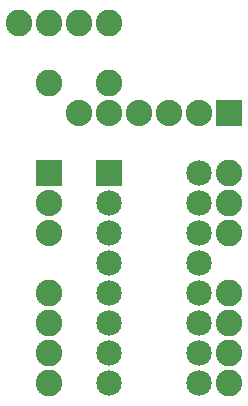
<source format=gbs>
G04 MADE WITH FRITZING*
G04 WWW.FRITZING.ORG*
G04 DOUBLE SIDED*
G04 HOLES PLATED*
G04 CONTOUR ON CENTER OF CONTOUR VECTOR*
%ASAXBY*%
%FSLAX23Y23*%
%MOIN*%
%OFA0B0*%
%SFA1.0B1.0*%
%ADD10C,0.085000*%
%ADD11C,0.088000*%
%ADD12C,0.088740*%
%ADD13R,0.085000X0.085000*%
%ADD14R,0.088000X0.088000*%
%ADD15C,0.030000*%
%LNMASK0*%
G90*
G70*
G54D10*
X379Y866D03*
X679Y866D03*
X379Y766D03*
X679Y766D03*
X379Y666D03*
X679Y666D03*
X379Y566D03*
X679Y566D03*
X379Y466D03*
X679Y466D03*
X379Y366D03*
X679Y366D03*
X379Y266D03*
X679Y266D03*
X379Y166D03*
X679Y166D03*
G54D11*
X779Y1066D03*
X679Y1066D03*
X579Y1066D03*
X179Y866D03*
X179Y766D03*
X179Y666D03*
X479Y1066D03*
X379Y1066D03*
X279Y1066D03*
G54D12*
X779Y266D03*
X179Y166D03*
X179Y266D03*
X779Y466D03*
X779Y166D03*
X779Y366D03*
X179Y466D03*
X179Y1366D03*
X779Y766D03*
X79Y1366D03*
X779Y666D03*
X379Y1166D03*
X279Y1366D03*
X179Y1166D03*
X379Y1366D03*
X179Y366D03*
X779Y866D03*
G54D13*
X379Y866D03*
G54D14*
X779Y1066D03*
X179Y866D03*
G54D15*
G36*
X508Y1037D02*
X450Y1037D01*
X450Y1095D01*
X508Y1095D01*
X508Y1037D01*
G37*
D02*
G04 End of Mask0*
M02*
</source>
